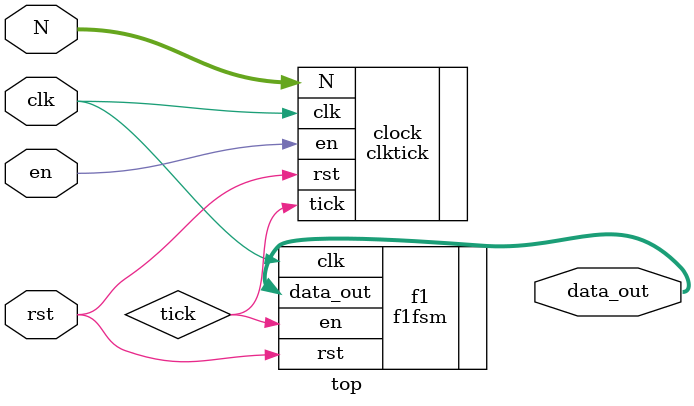
<source format=sv>
module top #(
    WIDTH = 16
)
(
    input logic clk,
    input logic rst,
    input logic en,
    input logic [WIDTH-1:0] N,
    output logic [7:0] data_out    
);

wire logic tick;

clktick clock(
    .en(en),
    .rst(rst),
    .clk(clk),
    .N(N),
    .tick(tick) 
);

f1fsm f1(
    .en(tick),
    .clk(clk),
    .rst(rst),
    .data_out(data_out)
);

endmodule

</source>
